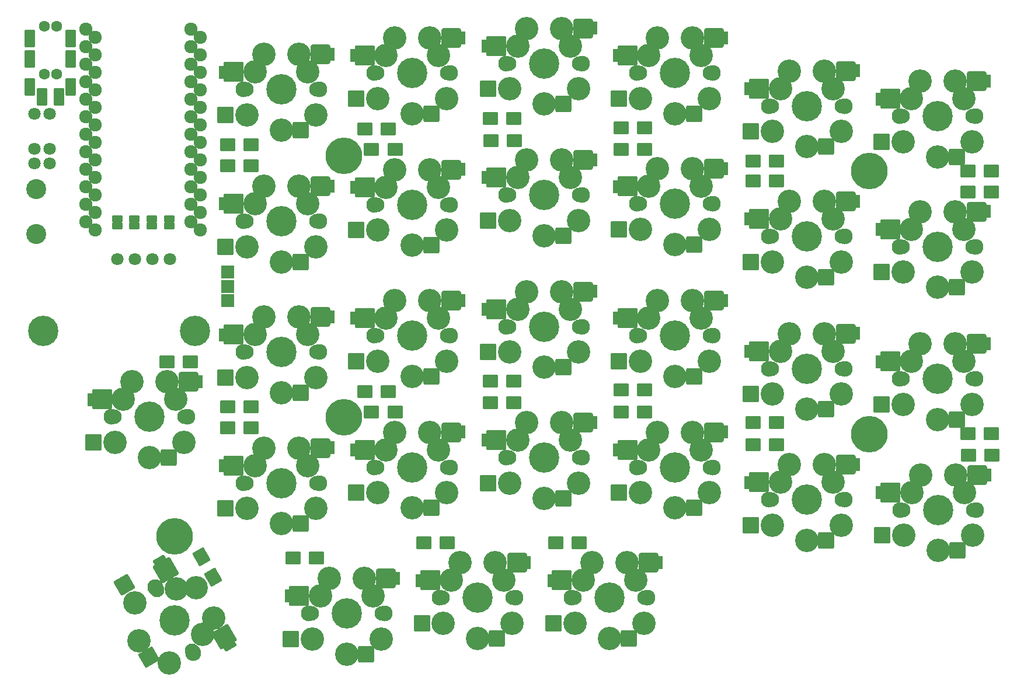
<source format=gbr>
%TF.GenerationSoftware,KiCad,Pcbnew,7.0.11-2.fc39*%
%TF.CreationDate,2024-05-11T16:30:22+02:00*%
%TF.ProjectId,Lily58_Pro,4c696c79-3538-45f5-9072-6f2e6b696361,rev?*%
%TF.SameCoordinates,Original*%
%TF.FileFunction,Soldermask,Bot*%
%TF.FilePolarity,Negative*%
%FSLAX46Y46*%
G04 Gerber Fmt 4.6, Leading zero omitted, Abs format (unit mm)*
G04 Created by KiCad (PCBNEW 7.0.11-2.fc39) date 2024-05-11 16:30:22*
%MOMM*%
%LPD*%
G01*
G04 APERTURE LIST*
G04 Aperture macros list*
%AMRoundRect*
0 Rectangle with rounded corners*
0 $1 Rounding radius*
0 $2 $3 $4 $5 $6 $7 $8 $9 X,Y pos of 4 corners*
0 Add a 4 corners polygon primitive as box body*
4,1,4,$2,$3,$4,$5,$6,$7,$8,$9,$2,$3,0*
0 Add four circle primitives for the rounded corners*
1,1,$1+$1,$2,$3*
1,1,$1+$1,$4,$5*
1,1,$1+$1,$6,$7*
1,1,$1+$1,$8,$9*
0 Add four rect primitives between the rounded corners*
20,1,$1+$1,$2,$3,$4,$5,0*
20,1,$1+$1,$4,$5,$6,$7,0*
20,1,$1+$1,$6,$7,$8,$9,0*
20,1,$1+$1,$8,$9,$2,$3,0*%
G04 Aperture macros list end*
%ADD10C,1.600000*%
%ADD11RoundRect,0.200000X-0.600000X-1.050000X0.600000X-1.050000X0.600000X1.050000X-0.600000X1.050000X0*%
%ADD12RoundRect,0.200000X0.762000X0.762000X-0.762000X0.762000X-0.762000X-0.762000X0.762000X-0.762000X0*%
%ADD13RoundRect,0.200000X-0.762000X0.762000X-0.762000X-0.762000X0.762000X-0.762000X0.762000X0.762000X0*%
%ADD14RoundRect,0.200000X-0.824519X-0.071891X-0.474519X-0.678109X0.824519X0.071891X0.474519X0.678109X0*%
%ADD15C,3.400000*%
%ADD16C,0.500000*%
%ADD17RoundRect,0.200000X1.366025X-0.366025X0.366025X1.366025X-1.366025X0.366025X-0.366025X-1.366025X0*%
%ADD18RoundRect,0.200000X1.341025X-0.322724X0.391025X1.322724X-1.341025X0.322724X-0.391025X-1.322724X0*%
%ADD19RoundRect,0.200000X1.707532X-0.457532X0.457532X1.707532X-1.707532X0.457532X-0.457532X-1.707532X0*%
%ADD20C,4.400000*%
%ADD21C,2.300000*%
%ADD22C,2.100000*%
%ADD23RoundRect,0.200000X1.639230X-0.439230X0.439230X1.639230X-1.639230X0.439230X-0.439230X-1.639230X0*%
%ADD24RoundRect,0.200000X-0.350000X-0.750000X0.350000X-0.750000X0.350000X0.750000X-0.350000X0.750000X0*%
%ADD25RoundRect,0.200000X1.000000X1.000000X-1.000000X1.000000X-1.000000X-1.000000X1.000000X-1.000000X0*%
%ADD26RoundRect,0.200000X0.950000X1.000000X-0.950000X1.000000X-0.950000X-1.000000X0.950000X-1.000000X0*%
%ADD27RoundRect,0.200000X1.250000X1.250000X-1.250000X1.250000X-1.250000X-1.250000X1.250000X-1.250000X0*%
%ADD28RoundRect,0.200000X1.200000X1.200000X-1.200000X1.200000X-1.200000X-1.200000X1.200000X-1.200000X0*%
%ADD29C,1.924000*%
%ADD30C,5.300000*%
%ADD31C,1.797000*%
%ADD32RoundRect,0.200000X0.571500X-0.317500X0.571500X0.317500X-0.571500X0.317500X-0.571500X-0.317500X0*%
%ADD33C,2.900000*%
%ADD34RoundRect,0.200000X-0.900000X-0.750000X0.900000X-0.750000X0.900000X0.750000X-0.900000X0.750000X0*%
%ADD35RoundRect,0.200000X-1.099519X0.404423X-0.199519X-1.154423X1.099519X-0.404423X0.199519X1.154423X0*%
G04 APERTURE END LIST*
D10*
%TO.C,J2*%
X86150000Y-47800000D03*
X86150000Y-40800000D03*
D11*
X84050000Y-49600000D03*
X88250000Y-51100000D03*
X84050000Y-42600000D03*
X84050000Y-45600000D03*
D10*
X87900000Y-40800000D03*
X87900000Y-47800000D03*
D11*
X90000000Y-42600000D03*
X90000000Y-45600000D03*
X90000000Y-49600000D03*
X85800000Y-51100000D03*
%TD*%
D12*
%TO.C,J1*%
X112700000Y-76500000D03*
X112700000Y-78600000D03*
D13*
X112700000Y-80600000D03*
%TD*%
D14*
%TO.C,SW26*%
X102915064Y-118388784D03*
X113016730Y-130685383D03*
D15*
X109104705Y-129029557D03*
X109104705Y-129029557D03*
X108129409Y-122260295D03*
D16*
X109146846Y-129022547D03*
D15*
X104295706Y-133180127D03*
D17*
X97745706Y-121835194D03*
D18*
X101290450Y-132374871D03*
D15*
X99295706Y-124519873D03*
X99890450Y-129950000D03*
D16*
X105321846Y-122397453D03*
D19*
X103749705Y-119754425D03*
D15*
X110669409Y-126659705D03*
D20*
X105000000Y-127000000D03*
D21*
X102250000Y-122236860D03*
X107750000Y-131763140D03*
D22*
X107540000Y-131399409D03*
X102460000Y-122600591D03*
D15*
X105294705Y-122430443D03*
D23*
X112249409Y-129396345D03*
%TD*%
D24*
%TO.C,SW29*%
X159600000Y-121250000D03*
X175300000Y-118650000D03*
D15*
X171910000Y-121210000D03*
X171910000Y-121210000D03*
X165560000Y-118670000D03*
D16*
X171925000Y-121170000D03*
D15*
X173100000Y-127450000D03*
D25*
X160000000Y-127450000D03*
D26*
X170900000Y-129650000D03*
D15*
X163100000Y-127450000D03*
X168100000Y-129650000D03*
D16*
X164275000Y-121170000D03*
D27*
X161200000Y-121210000D03*
D15*
X170640000Y-118670000D03*
D20*
X168100000Y-123750000D03*
D21*
X162600000Y-123750000D03*
X173600000Y-123750000D03*
D22*
X173180000Y-123750000D03*
X163020000Y-123750000D03*
D15*
X164290000Y-121209999D03*
D28*
X173800000Y-118670000D03*
%TD*%
D24*
%TO.C,SW28*%
X140500000Y-121250000D03*
X156200000Y-118650000D03*
D15*
X152810000Y-121210000D03*
X152810000Y-121210000D03*
X146460000Y-118670000D03*
D16*
X152825000Y-121170000D03*
D15*
X154000000Y-127450000D03*
D25*
X140900000Y-127450000D03*
D26*
X151800000Y-129650000D03*
D15*
X144000000Y-127450000D03*
X149000000Y-129650000D03*
D16*
X145175000Y-121170000D03*
D27*
X142100000Y-121210000D03*
D15*
X151540000Y-118670000D03*
D20*
X149000000Y-123750000D03*
D21*
X143500000Y-123750000D03*
X154500000Y-123750000D03*
D22*
X154080000Y-123750000D03*
X143920000Y-123750000D03*
D15*
X145190000Y-121209999D03*
D28*
X154700000Y-118670000D03*
%TD*%
D24*
%TO.C,SW27*%
X121500000Y-123500000D03*
X137200000Y-120900000D03*
D15*
X133810000Y-123460000D03*
X133810000Y-123460000D03*
X127460000Y-120920000D03*
D16*
X133825000Y-123420000D03*
D15*
X135000000Y-129700000D03*
D25*
X121900000Y-129700000D03*
D26*
X132800000Y-131900000D03*
D15*
X125000000Y-129700000D03*
X130000000Y-131900000D03*
D16*
X126175000Y-123420000D03*
D27*
X123100000Y-123460000D03*
D15*
X132540000Y-120920000D03*
D20*
X130000000Y-126000000D03*
D21*
X124500000Y-126000000D03*
X135500000Y-126000000D03*
D22*
X135080000Y-126000000D03*
X124920000Y-126000000D03*
D15*
X126190000Y-123459999D03*
D28*
X135700000Y-120920000D03*
%TD*%
D24*
%TO.C,SW25*%
X92900000Y-95000000D03*
X108600000Y-92400000D03*
D15*
X105210000Y-94960000D03*
X105210000Y-94960000D03*
X98860000Y-92420000D03*
D16*
X105225000Y-94920000D03*
D15*
X106400000Y-101200000D03*
D25*
X93300000Y-101200000D03*
D26*
X104200000Y-103400000D03*
D15*
X96400000Y-101200000D03*
X101400000Y-103400000D03*
D16*
X97575000Y-94920000D03*
D27*
X94500000Y-94960000D03*
D15*
X103940000Y-92420000D03*
D20*
X101400000Y-97500000D03*
D21*
X95900000Y-97500000D03*
X106900000Y-97500000D03*
D22*
X106480000Y-97500000D03*
X96320000Y-97500000D03*
D15*
X97590000Y-94959999D03*
D28*
X107100000Y-92420000D03*
%TD*%
D24*
%TO.C,SW24*%
X207250000Y-108500000D03*
X222950000Y-105900000D03*
D15*
X219560000Y-108460000D03*
X219560000Y-108460000D03*
X213210000Y-105920000D03*
D16*
X219575000Y-108420000D03*
D15*
X220750000Y-114700000D03*
D25*
X207650000Y-114700000D03*
D26*
X218550000Y-116900000D03*
D15*
X210750000Y-114700000D03*
X215750000Y-116900000D03*
D16*
X211925000Y-108420000D03*
D27*
X208850000Y-108460000D03*
D15*
X218290000Y-105920000D03*
D20*
X215750000Y-111000000D03*
D21*
X210250000Y-111000000D03*
X221250000Y-111000000D03*
D22*
X220830000Y-111000000D03*
X210670000Y-111000000D03*
D15*
X211940000Y-108459999D03*
D28*
X221450000Y-105920000D03*
%TD*%
D24*
%TO.C,SW23*%
X188200000Y-107000000D03*
X203900000Y-104400000D03*
D15*
X200510000Y-106960000D03*
X200510000Y-106960000D03*
X194160000Y-104420000D03*
D16*
X200525000Y-106920000D03*
D15*
X201700000Y-113200000D03*
D25*
X188600000Y-113200000D03*
D26*
X199500000Y-115400000D03*
D15*
X191700000Y-113200000D03*
X196700000Y-115400000D03*
D16*
X192875000Y-106920000D03*
D27*
X189800000Y-106960000D03*
D15*
X199240000Y-104420000D03*
D20*
X196700000Y-109500000D03*
D21*
X191200000Y-109500000D03*
X202200000Y-109500000D03*
D22*
X201780000Y-109500000D03*
X191620000Y-109500000D03*
D15*
X192890000Y-106959999D03*
D28*
X202400000Y-104420000D03*
%TD*%
D24*
%TO.C,SW22*%
X169100000Y-102300000D03*
X184800000Y-99700000D03*
D15*
X181410000Y-102260000D03*
X181410000Y-102260000D03*
X175060000Y-99720000D03*
D16*
X181425000Y-102220000D03*
D15*
X182600000Y-108500000D03*
D25*
X169500000Y-108500000D03*
D26*
X180400000Y-110700000D03*
D15*
X172600000Y-108500000D03*
X177600000Y-110700000D03*
D16*
X173775000Y-102220000D03*
D27*
X170700000Y-102260000D03*
D15*
X180140000Y-99720000D03*
D20*
X177600000Y-104800000D03*
D21*
X172100000Y-104800000D03*
X183100000Y-104800000D03*
D22*
X182680000Y-104800000D03*
X172520000Y-104800000D03*
D15*
X173790000Y-102259999D03*
D28*
X183300000Y-99720000D03*
%TD*%
D24*
%TO.C,SW21*%
X150100000Y-100900000D03*
X165800000Y-98300000D03*
D15*
X162410000Y-100860000D03*
X162410000Y-100860000D03*
X156060000Y-98320000D03*
D16*
X162425000Y-100820000D03*
D15*
X163600000Y-107100000D03*
D25*
X150500000Y-107100000D03*
D26*
X161400000Y-109300000D03*
D15*
X153600000Y-107100000D03*
X158600000Y-109300000D03*
D16*
X154775000Y-100820000D03*
D27*
X151700000Y-100860000D03*
D15*
X161140000Y-98320000D03*
D20*
X158600000Y-103400000D03*
D21*
X153100000Y-103400000D03*
X164100000Y-103400000D03*
D22*
X163680000Y-103400000D03*
X153520000Y-103400000D03*
D15*
X154790000Y-100859999D03*
D28*
X164300000Y-98320000D03*
%TD*%
D24*
%TO.C,SW20*%
X131000000Y-102300000D03*
X146700000Y-99700000D03*
D15*
X143310000Y-102260000D03*
X143310000Y-102260000D03*
X136960000Y-99720000D03*
D16*
X143325000Y-102220000D03*
D15*
X144500000Y-108500000D03*
D25*
X131400000Y-108500000D03*
D26*
X142300000Y-110700000D03*
D15*
X134500000Y-108500000D03*
X139500000Y-110700000D03*
D16*
X135675000Y-102220000D03*
D27*
X132600000Y-102260000D03*
D15*
X142040000Y-99720000D03*
D20*
X139500000Y-104800000D03*
D21*
X134000000Y-104800000D03*
X145000000Y-104800000D03*
D22*
X144580000Y-104800000D03*
X134420000Y-104800000D03*
D15*
X135690000Y-102259999D03*
D28*
X145200000Y-99720000D03*
%TD*%
D24*
%TO.C,SW19*%
X112000000Y-104600000D03*
X127700000Y-102000000D03*
D15*
X124310000Y-104560000D03*
X124310000Y-104560000D03*
X117960000Y-102020000D03*
D16*
X124325000Y-104520000D03*
D15*
X125500000Y-110800000D03*
D25*
X112400000Y-110800000D03*
D26*
X123300000Y-113000000D03*
D15*
X115500000Y-110800000D03*
X120500000Y-113000000D03*
D16*
X116675000Y-104520000D03*
D27*
X113600000Y-104560000D03*
D15*
X123040000Y-102020000D03*
D20*
X120500000Y-107100000D03*
D21*
X115000000Y-107100000D03*
X126000000Y-107100000D03*
D22*
X125580000Y-107100000D03*
X115420000Y-107100000D03*
D15*
X116690000Y-104559999D03*
D28*
X126200000Y-102020000D03*
%TD*%
D24*
%TO.C,SW18*%
X207200000Y-89500000D03*
X222900000Y-86900000D03*
D15*
X219510000Y-89460000D03*
X219510000Y-89460000D03*
X213160000Y-86920000D03*
D16*
X219525000Y-89420000D03*
D15*
X220700000Y-95700000D03*
D25*
X207600000Y-95700000D03*
D26*
X218500000Y-97900000D03*
D15*
X210700000Y-95700000D03*
X215700000Y-97900000D03*
D16*
X211875000Y-89420000D03*
D27*
X208800000Y-89460000D03*
D15*
X218240000Y-86920000D03*
D20*
X215700000Y-92000000D03*
D21*
X210200000Y-92000000D03*
X221200000Y-92000000D03*
D22*
X220780000Y-92000000D03*
X210620000Y-92000000D03*
D15*
X211890000Y-89459999D03*
D28*
X221400000Y-86920000D03*
%TD*%
D24*
%TO.C,SW17*%
X188200000Y-88000000D03*
X203900000Y-85400000D03*
D15*
X200510000Y-87960000D03*
X200510000Y-87960000D03*
X194160000Y-85420000D03*
D16*
X200525000Y-87920000D03*
D15*
X201700000Y-94200000D03*
D25*
X188600000Y-94200000D03*
D26*
X199500000Y-96400000D03*
D15*
X191700000Y-94200000D03*
X196700000Y-96400000D03*
D16*
X192875000Y-87920000D03*
D27*
X189800000Y-87960000D03*
D15*
X199240000Y-85420000D03*
D20*
X196700000Y-90500000D03*
D21*
X191200000Y-90500000D03*
X202200000Y-90500000D03*
D22*
X201780000Y-90500000D03*
X191620000Y-90500000D03*
D15*
X192890000Y-87959999D03*
D28*
X202400000Y-85420000D03*
%TD*%
D24*
%TO.C,SW16*%
X169100000Y-83200000D03*
X184800000Y-80600000D03*
D15*
X181410000Y-83160000D03*
X181410000Y-83160000D03*
X175060000Y-80620000D03*
D16*
X181425000Y-83120000D03*
D15*
X182600000Y-89400000D03*
D25*
X169500000Y-89400000D03*
D26*
X180400000Y-91600000D03*
D15*
X172600000Y-89400000D03*
X177600000Y-91600000D03*
D16*
X173775000Y-83120000D03*
D27*
X170700000Y-83160000D03*
D15*
X180140000Y-80620000D03*
D20*
X177600000Y-85700000D03*
D21*
X172100000Y-85700000D03*
X183100000Y-85700000D03*
D22*
X182680000Y-85700000D03*
X172520000Y-85700000D03*
D15*
X173790000Y-83159999D03*
D28*
X183300000Y-80620000D03*
%TD*%
D24*
%TO.C,SW15*%
X150100000Y-81900000D03*
X165800000Y-79300000D03*
D15*
X162410000Y-81860000D03*
X162410000Y-81860000D03*
X156060000Y-79320000D03*
D16*
X162425000Y-81820000D03*
D15*
X163600000Y-88100000D03*
D25*
X150500000Y-88100000D03*
D26*
X161400000Y-90300000D03*
D15*
X153600000Y-88100000D03*
X158600000Y-90300000D03*
D16*
X154775000Y-81820000D03*
D27*
X151700000Y-81860000D03*
D15*
X161140000Y-79320000D03*
D20*
X158600000Y-84400000D03*
D21*
X153100000Y-84400000D03*
X164100000Y-84400000D03*
D22*
X163680000Y-84400000D03*
X153520000Y-84400000D03*
D15*
X154790000Y-81859999D03*
D28*
X164300000Y-79320000D03*
%TD*%
D24*
%TO.C,SW14*%
X131000000Y-83200000D03*
X146700000Y-80600000D03*
D15*
X143310000Y-83160000D03*
X143310000Y-83160000D03*
X136960000Y-80620000D03*
D16*
X143325000Y-83120000D03*
D15*
X144500000Y-89400000D03*
D25*
X131400000Y-89400000D03*
D26*
X142300000Y-91600000D03*
D15*
X134500000Y-89400000D03*
X139500000Y-91600000D03*
D16*
X135675000Y-83120000D03*
D27*
X132600000Y-83160000D03*
D15*
X142040000Y-80620000D03*
D20*
X139500000Y-85700000D03*
D21*
X134000000Y-85700000D03*
X145000000Y-85700000D03*
D22*
X144580000Y-85700000D03*
X134420000Y-85700000D03*
D15*
X135690000Y-83159999D03*
D28*
X145200000Y-80620000D03*
%TD*%
D24*
%TO.C,SW13*%
X112000000Y-85600000D03*
X127700000Y-83000000D03*
D15*
X124310000Y-85560000D03*
X124310000Y-85560000D03*
X117960000Y-83020000D03*
D16*
X124325000Y-85520000D03*
D15*
X125500000Y-91800000D03*
D25*
X112400000Y-91800000D03*
D26*
X123300000Y-94000000D03*
D15*
X115500000Y-91800000D03*
X120500000Y-94000000D03*
D16*
X116675000Y-85520000D03*
D27*
X113600000Y-85560000D03*
D15*
X123040000Y-83020000D03*
D20*
X120500000Y-88100000D03*
D21*
X115000000Y-88100000D03*
X126000000Y-88100000D03*
D22*
X125580000Y-88100000D03*
X115420000Y-88100000D03*
D15*
X116690000Y-85559999D03*
D28*
X126200000Y-83020000D03*
%TD*%
D24*
%TO.C,SW12*%
X207200000Y-70300000D03*
X222900000Y-67700000D03*
D15*
X219510000Y-70260000D03*
X219510000Y-70260000D03*
X213160000Y-67720000D03*
D16*
X219525000Y-70220000D03*
D15*
X220700000Y-76500000D03*
D25*
X207600000Y-76500000D03*
D26*
X218500000Y-78700000D03*
D15*
X210700000Y-76500000D03*
X215700000Y-78700000D03*
D16*
X211875000Y-70220000D03*
D27*
X208800000Y-70260000D03*
D15*
X218240000Y-67720000D03*
D20*
X215700000Y-72800000D03*
D21*
X210200000Y-72800000D03*
X221200000Y-72800000D03*
D22*
X220780000Y-72800000D03*
X210620000Y-72800000D03*
D15*
X211890000Y-70259999D03*
D28*
X221400000Y-67720000D03*
%TD*%
D24*
%TO.C,SW11*%
X188200000Y-68800000D03*
X203900000Y-66200000D03*
D15*
X200510000Y-68760000D03*
X200510000Y-68760000D03*
X194160000Y-66220000D03*
D16*
X200525000Y-68720000D03*
D15*
X201700000Y-75000000D03*
D25*
X188600000Y-75000000D03*
D26*
X199500000Y-77200000D03*
D15*
X191700000Y-75000000D03*
X196700000Y-77200000D03*
D16*
X192875000Y-68720000D03*
D27*
X189800000Y-68760000D03*
D15*
X199240000Y-66220000D03*
D20*
X196700000Y-71300000D03*
D21*
X191200000Y-71300000D03*
X202200000Y-71300000D03*
D22*
X201780000Y-71300000D03*
X191620000Y-71300000D03*
D15*
X192890000Y-68759999D03*
D28*
X202400000Y-66220000D03*
%TD*%
D24*
%TO.C,SW10*%
X169100000Y-64100000D03*
X184800000Y-61500000D03*
D15*
X181410000Y-64060000D03*
X181410000Y-64060000D03*
X175060000Y-61520000D03*
D16*
X181425000Y-64020000D03*
D15*
X182600000Y-70300000D03*
D25*
X169500000Y-70300000D03*
D26*
X180400000Y-72500000D03*
D15*
X172600000Y-70300000D03*
X177600000Y-72500000D03*
D16*
X173775000Y-64020000D03*
D27*
X170700000Y-64060000D03*
D15*
X180140000Y-61520000D03*
D20*
X177600000Y-66600000D03*
D21*
X172100000Y-66600000D03*
X183100000Y-66600000D03*
D22*
X182680000Y-66600000D03*
X172520000Y-66600000D03*
D15*
X173790000Y-64059999D03*
D28*
X183300000Y-61520000D03*
%TD*%
D24*
%TO.C,SW9*%
X150100000Y-62800000D03*
X165800000Y-60200000D03*
D15*
X162410000Y-62760000D03*
X162410000Y-62760000D03*
X156060000Y-60220000D03*
D16*
X162425000Y-62720000D03*
D15*
X163600000Y-69000000D03*
D25*
X150500000Y-69000000D03*
D26*
X161400000Y-71200000D03*
D15*
X153600000Y-69000000D03*
X158600000Y-71200000D03*
D16*
X154775000Y-62720000D03*
D27*
X151700000Y-62760000D03*
D15*
X161140000Y-60220000D03*
D20*
X158600000Y-65300000D03*
D21*
X153100000Y-65300000D03*
X164100000Y-65300000D03*
D22*
X163680000Y-65300000D03*
X153520000Y-65300000D03*
D15*
X154790000Y-62759999D03*
D28*
X164300000Y-60220000D03*
%TD*%
D24*
%TO.C,SW8*%
X131000000Y-64200000D03*
X146700000Y-61600000D03*
D15*
X143310000Y-64160000D03*
X143310000Y-64160000D03*
X136960000Y-61620000D03*
D16*
X143325000Y-64120000D03*
D15*
X144500000Y-70400000D03*
D25*
X131400000Y-70400000D03*
D26*
X142300000Y-72600000D03*
D15*
X134500000Y-70400000D03*
X139500000Y-72600000D03*
D16*
X135675000Y-64120000D03*
D27*
X132600000Y-64160000D03*
D15*
X142040000Y-61620000D03*
D20*
X139500000Y-66700000D03*
D21*
X134000000Y-66700000D03*
X145000000Y-66700000D03*
D22*
X144580000Y-66700000D03*
X134420000Y-66700000D03*
D15*
X135690000Y-64159999D03*
D28*
X145200000Y-61620000D03*
%TD*%
D24*
%TO.C,SW7*%
X112000000Y-66600000D03*
X127700000Y-64000000D03*
D15*
X124310000Y-66560000D03*
X124310000Y-66560000D03*
X117960000Y-64020000D03*
D16*
X124325000Y-66520000D03*
D15*
X125500000Y-72800000D03*
D25*
X112400000Y-72800000D03*
D26*
X123300000Y-75000000D03*
D15*
X115500000Y-72800000D03*
X120500000Y-75000000D03*
D16*
X116675000Y-66520000D03*
D27*
X113600000Y-66560000D03*
D15*
X123040000Y-64020000D03*
D20*
X120500000Y-69100000D03*
D21*
X115000000Y-69100000D03*
X126000000Y-69100000D03*
D22*
X125580000Y-69100000D03*
X115420000Y-69100000D03*
D15*
X116690000Y-66559999D03*
D28*
X126200000Y-64020000D03*
%TD*%
D24*
%TO.C,SW6*%
X207200000Y-51400000D03*
X222900000Y-48800000D03*
D15*
X219510000Y-51360000D03*
X219510000Y-51360000D03*
X213160000Y-48820000D03*
D16*
X219525000Y-51320000D03*
D15*
X220700000Y-57600000D03*
D25*
X207600000Y-57600000D03*
D26*
X218500000Y-59800000D03*
D15*
X210700000Y-57600000D03*
X215700000Y-59800000D03*
D16*
X211875000Y-51320000D03*
D27*
X208800000Y-51360000D03*
D15*
X218240000Y-48820000D03*
D20*
X215700000Y-53900000D03*
D21*
X210200000Y-53900000D03*
X221200000Y-53900000D03*
D22*
X220780000Y-53900000D03*
X210620000Y-53900000D03*
D15*
X211890000Y-51359999D03*
D28*
X221400000Y-48820000D03*
%TD*%
D24*
%TO.C,SW5*%
X188200000Y-49900000D03*
X203900000Y-47300000D03*
D15*
X200510000Y-49860000D03*
X200510000Y-49860000D03*
X194160000Y-47320000D03*
D16*
X200525000Y-49820000D03*
D15*
X201700000Y-56100000D03*
D25*
X188600000Y-56100000D03*
D26*
X199500000Y-58300000D03*
D15*
X191700000Y-56100000D03*
X196700000Y-58300000D03*
D16*
X192875000Y-49820000D03*
D27*
X189800000Y-49860000D03*
D15*
X199240000Y-47320000D03*
D20*
X196700000Y-52400000D03*
D21*
X191200000Y-52400000D03*
X202200000Y-52400000D03*
D22*
X201780000Y-52400000D03*
X191620000Y-52400000D03*
D15*
X192890000Y-49859999D03*
D28*
X202400000Y-47320000D03*
%TD*%
D24*
%TO.C,SW4*%
X169100000Y-45100000D03*
X184800000Y-42500000D03*
D15*
X181410000Y-45060000D03*
X181410000Y-45060000D03*
X175060000Y-42520000D03*
D16*
X181425000Y-45020000D03*
D15*
X182600000Y-51300000D03*
D25*
X169500000Y-51300000D03*
D26*
X180400000Y-53500000D03*
D15*
X172600000Y-51300000D03*
X177600000Y-53500000D03*
D16*
X173775000Y-45020000D03*
D27*
X170700000Y-45060000D03*
D15*
X180140000Y-42520000D03*
D20*
X177600000Y-47600000D03*
D21*
X172100000Y-47600000D03*
X183100000Y-47600000D03*
D22*
X182680000Y-47600000D03*
X172520000Y-47600000D03*
D15*
X173790000Y-45059999D03*
D28*
X183300000Y-42520000D03*
%TD*%
D24*
%TO.C,SW3*%
X150100000Y-43710000D03*
X165800000Y-41110000D03*
D15*
X162410000Y-43670000D03*
X162410000Y-43670000D03*
X156060000Y-41130000D03*
D16*
X162425000Y-43630000D03*
D15*
X163600000Y-49910000D03*
D25*
X150500000Y-49910000D03*
D26*
X161400000Y-52110000D03*
D15*
X153600000Y-49910000D03*
X158600000Y-52110000D03*
D16*
X154775000Y-43630000D03*
D27*
X151700000Y-43670000D03*
D15*
X161140000Y-41130000D03*
D20*
X158600000Y-46210000D03*
D21*
X153100000Y-46210000D03*
X164100000Y-46210000D03*
D22*
X163680000Y-46210000D03*
X153520000Y-46210000D03*
D15*
X154790000Y-43669999D03*
D28*
X164300000Y-41130000D03*
%TD*%
D24*
%TO.C,SW2*%
X131000000Y-45100000D03*
X146700000Y-42500000D03*
D15*
X143310000Y-45060000D03*
X143310000Y-45060000D03*
X136960000Y-42520000D03*
D16*
X143325000Y-45020000D03*
D15*
X144500000Y-51300000D03*
D25*
X131400000Y-51300000D03*
D26*
X142300000Y-53500000D03*
D15*
X134500000Y-51300000D03*
X139500000Y-53500000D03*
D16*
X135675000Y-45020000D03*
D27*
X132600000Y-45060000D03*
D15*
X142040000Y-42520000D03*
D20*
X139500000Y-47600000D03*
D21*
X134000000Y-47600000D03*
X145000000Y-47600000D03*
D22*
X144580000Y-47600000D03*
X134420000Y-47600000D03*
D15*
X135690000Y-45059999D03*
D28*
X145200000Y-42520000D03*
%TD*%
D24*
%TO.C,SW1*%
X112000000Y-47500000D03*
X127700000Y-44900000D03*
D15*
X124310000Y-47460000D03*
X124310000Y-47460000D03*
X117960000Y-44920000D03*
D16*
X124325000Y-47420000D03*
D15*
X125500000Y-53700000D03*
D25*
X112400000Y-53700000D03*
D26*
X123300000Y-55900000D03*
D15*
X115500000Y-53700000D03*
X120500000Y-55900000D03*
D16*
X116675000Y-47420000D03*
D27*
X113600000Y-47460000D03*
D15*
X123040000Y-44920000D03*
D20*
X120500000Y-50000000D03*
D21*
X115000000Y-50000000D03*
X126000000Y-50000000D03*
D22*
X125580000Y-50000000D03*
X115420000Y-50000000D03*
D15*
X116690000Y-47459999D03*
D28*
X126200000Y-44920000D03*
%TD*%
D29*
%TO.C,U1*%
X107420000Y-41230000D03*
X107420000Y-43770000D03*
X107420000Y-46310000D03*
X107420000Y-48850000D03*
X107420000Y-51390000D03*
X107420000Y-53930000D03*
X107420000Y-56470000D03*
X107420000Y-59010000D03*
X107420000Y-61550000D03*
X107420000Y-64090000D03*
X107420000Y-66630000D03*
X107420000Y-69170000D03*
X92180000Y-69170000D03*
X92180000Y-66630000D03*
X92180000Y-64090000D03*
X92180000Y-61550000D03*
X92180000Y-59010000D03*
X92180000Y-56470000D03*
X92180000Y-53930000D03*
X92180000Y-51390000D03*
X92180000Y-48850000D03*
X92180000Y-46310000D03*
X92180000Y-43770000D03*
X92180000Y-41230000D03*
X108718815Y-52585745D03*
X108718815Y-57665745D03*
X93478815Y-42425745D03*
X108718815Y-44965745D03*
X108718815Y-67825745D03*
X93478815Y-70365745D03*
X108718815Y-60205745D03*
X108718815Y-62745745D03*
X93478815Y-60205745D03*
X93478815Y-65285745D03*
X93478815Y-52585745D03*
X93478815Y-50045745D03*
X93478815Y-44965745D03*
X93478815Y-55125745D03*
X108718815Y-70365745D03*
X93478815Y-62745745D03*
X108718815Y-42425745D03*
X108718815Y-47505745D03*
X93478815Y-67825745D03*
X108718815Y-50045745D03*
X108718815Y-55125745D03*
X93478815Y-57665745D03*
X108718815Y-65285745D03*
X93478815Y-47505745D03*
%TD*%
D30*
%TO.C,TH3*%
X129600000Y-59600000D03*
%TD*%
%TO.C,TH4*%
X205800000Y-61800000D03*
%TD*%
%TO.C,TH5*%
X129600000Y-97600000D03*
%TD*%
%TO.C,TH6*%
X205800000Y-100000000D03*
%TD*%
%TO.C,TH7*%
X105000000Y-114800000D03*
%TD*%
D31*
%TO.C,P1*%
X84700000Y-60700000D03*
%TD*%
%TO.C,P2*%
X86900000Y-60700000D03*
%TD*%
%TO.C,R2*%
X86938035Y-58579272D03*
X86938035Y-53499272D03*
%TD*%
%TO.C,R1*%
X84688035Y-53499272D03*
X84688035Y-58579272D03*
%TD*%
D32*
%TO.C,JP5*%
X104300000Y-68799620D03*
X104300000Y-69800380D03*
%TD*%
%TO.C,JP6*%
X101700000Y-69800380D03*
X101700000Y-68799620D03*
%TD*%
%TO.C,JP7*%
X99200000Y-68799620D03*
X99200000Y-69800380D03*
%TD*%
%TO.C,JP8*%
X96700000Y-69800380D03*
X96700000Y-68799620D03*
%TD*%
D33*
%TO.C,RSW1*%
X85000000Y-70950000D03*
X85000000Y-64450000D03*
%TD*%
D34*
%TO.C,D1*%
X112700000Y-58000000D03*
X116100000Y-58000000D03*
%TD*%
%TO.C,D2*%
X132600000Y-55700000D03*
X136000000Y-55700000D03*
%TD*%
%TO.C,D3*%
X150800000Y-54200000D03*
X154200000Y-54200000D03*
%TD*%
%TO.C,D4*%
X169800000Y-55600000D03*
X173200000Y-55600000D03*
%TD*%
%TO.C,D5*%
X192300000Y-60400000D03*
X188900000Y-60400000D03*
%TD*%
%TO.C,D6*%
X220100000Y-61800000D03*
X223500000Y-61800000D03*
%TD*%
%TO.C,D7*%
X116100000Y-61100000D03*
X112700000Y-61100000D03*
%TD*%
%TO.C,D8*%
X137000000Y-58700000D03*
X133600000Y-58700000D03*
%TD*%
%TO.C,D9*%
X154300000Y-57400000D03*
X150900000Y-57400000D03*
%TD*%
%TO.C,D10*%
X169800000Y-58700000D03*
X173200000Y-58700000D03*
%TD*%
%TO.C,D11*%
X192300000Y-63300000D03*
X188900000Y-63300000D03*
%TD*%
%TO.C,D12*%
X223500000Y-64900000D03*
X220100000Y-64900000D03*
%TD*%
%TO.C,D13*%
X112700000Y-96000000D03*
X116100000Y-96000000D03*
%TD*%
%TO.C,D14*%
X136000000Y-93800000D03*
X132600000Y-93800000D03*
%TD*%
%TO.C,D15*%
X154200000Y-92300000D03*
X150800000Y-92300000D03*
%TD*%
%TO.C,D16*%
X169800000Y-93600000D03*
X173200000Y-93600000D03*
%TD*%
%TO.C,D17*%
X188900000Y-98300000D03*
X192300000Y-98300000D03*
%TD*%
%TO.C,D18*%
X223500000Y-99900000D03*
X220100000Y-99900000D03*
%TD*%
%TO.C,D19*%
X116100000Y-99100000D03*
X112700000Y-99100000D03*
%TD*%
%TO.C,D20*%
X133600000Y-96800000D03*
X137000000Y-96800000D03*
%TD*%
%TO.C,D21*%
X154200000Y-95400000D03*
X150800000Y-95400000D03*
%TD*%
%TO.C,D22*%
X169800000Y-96800000D03*
X173200000Y-96800000D03*
%TD*%
%TO.C,D23*%
X192300000Y-101500000D03*
X188900000Y-101500000D03*
%TD*%
%TO.C,D24*%
X220200000Y-103100000D03*
X223600000Y-103100000D03*
%TD*%
%TO.C,D25*%
X103900000Y-89500000D03*
X107300000Y-89500000D03*
%TD*%
D35*
%TO.C,D26*%
X110650000Y-120772243D03*
X108950000Y-117827757D03*
%TD*%
D34*
%TO.C,D27*%
X122200000Y-118000000D03*
X125600000Y-118000000D03*
%TD*%
%TO.C,D28*%
X144600000Y-115800000D03*
X141200000Y-115800000D03*
%TD*%
%TO.C,D29*%
X160300000Y-115800000D03*
X163700000Y-115800000D03*
%TD*%
D20*
%TO.C,TH1*%
X86000000Y-85000000D03*
%TD*%
%TO.C,TH2*%
X108000000Y-85000000D03*
%TD*%
D31*
%TO.C,J3*%
X96700000Y-74600000D03*
X99240000Y-74600000D03*
X101780000Y-74600000D03*
X104320000Y-74600000D03*
%TD*%
M02*

</source>
